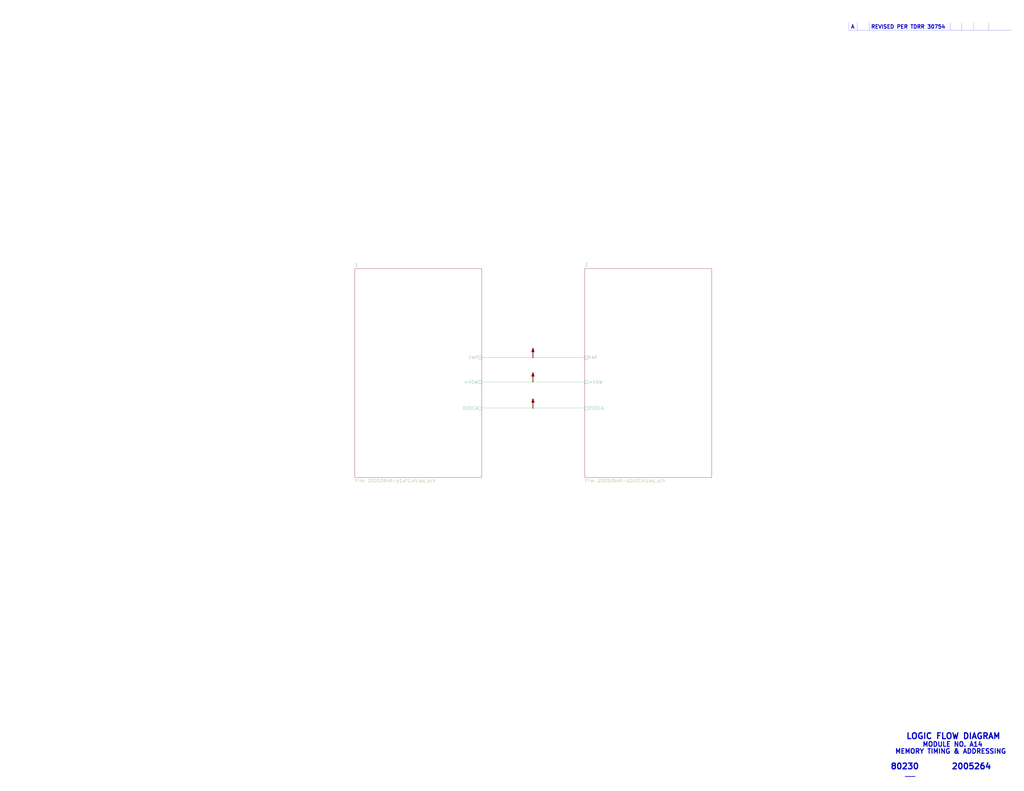
<source format=kicad_sch>
(kicad_sch (version 20211123) (generator eeschema)
  (paper "E")
  (lib_symbols
    (symbol "AGC_DSKY:PWR_FLAG" (power) (pin_numbers hide) (pin_names (offset 0) hide)
      (symbol "PWR_FLAG_0_0"
        (pin power_out line (at 0 0 90) (length 0) (name "pwr") (number "1"))
      )
      (symbol "PWR_FLAG_0_1"
        (polyline (pts (xy 0 0) (xy 0 10.16)) (stroke (width 0.762)))
        (polyline (pts (xy 0 10.16) (xy -1.27 6.35) (xy 1.27 6.35) (xy 0 10.16)) (stroke (width 0.762)) (fill (type outline)))
      )
    )
  )
  (junction (at 581.66 390.525))
  (junction (at 581.66 445.77))
  (junction (at 581.66 417.195))
  (wire (pts (xy 525.78 417.195) (xy 581.66 417.195)))
  (polyline (pts (xy 926.1094 24.765) (xy 926.1094 33.02)) (stroke (width 0.1524) (type solid)))
  (polyline (pts (xy 935.7106 24.765) (xy 935.7106 33.02)) (stroke (width 0.1524) (type solid)))
  (polyline (pts (xy 1062.5074 24.765) (xy 1062.5074 33.02)) (stroke (width 0.1524) (type solid)))
  (wire (pts (xy 581.66 417.195) (xy 638.175 417.195)))
  (polyline (pts (xy 1049.8074 24.765) (xy 1049.8074 33.02)) (stroke (width 0.1524) (type solid)))
  (polyline (pts (xy 1104.9 33.02) (xy 926.1094 33.02)) (stroke (width 0.1524) (type solid)))
  (polyline (pts (xy 1078.992 24.765) (xy 1078.992 33.02)) (stroke (width 0.1524) (type solid)))
  (wire (pts (xy 581.66 390.525) (xy 638.175 390.525)))
  (wire (pts (xy 525.78 445.77) (xy 581.66 445.77)))
  (wire (pts (xy 581.66 445.77) (xy 638.175 445.77)))
  (polyline (pts (xy 1037.1074 24.765) (xy 1037.1074 33.02)) (stroke (width 0.1524) (type solid)))
  (wire (pts (xy 525.78 390.525) (xy 581.66 390.525)))
  (polyline (pts (xy 948.69 24.765) (xy 948.69 33.02)) (stroke (width 0.1524) (type solid)))
  (text "MODULE NO. A14" (at 1006.475 815.975 0) (effects (font (size 5.08 5.08) (thickness 1.016) bold) (justify left bottom)))
  (text "LOGIC FLOW DIAGRAM" (at 988.695 807.72 0) (effects (font (size 6.35 6.35) (thickness 1.27) bold) (justify left bottom)))
  (text "MEMORY TIMING & ADDRESSING" (at 976.63 823.595 0) (effects (font (size 5.08 5.08) (thickness 1.016) bold) (justify left bottom)))
  (text "____" (at 987.425 848.36 0) (effects (font (size 3.556 3.556) (thickness 0.7112) bold) (justify left bottom)))
  (text "A      REVISED PER TDRR 30754" (at 928.37 31.75 0) (effects (font (size 4.064 4.064) (thickness 0.8128) bold) (justify left bottom)))
  (text "80230" (at 971.55 840.74 0) (effects (font (size 6.35 6.35) (thickness 1.27) bold) (justify left bottom)))
  (text "2005264" (at 1038.225 840.74 0) (effects (font (size 6.35 6.35) (thickness 1.27) bold) (justify left bottom)))
  (symbol (lib_id "AGC_DSKY:PWR_FLAG") (at 581.66 445.77 0) (unit 1)
    (property "Reference" "#FLG0103" (effects hide))
    (property "Value" "PWR_FLAG" (effects hide))
  )
  (symbol (lib_id "AGC_DSKY:PWR_FLAG") (at 581.66 417.195 0) (unit 1)
    (property "Reference" "#FLG0102" (effects hide))
    (property "Value" "PWR_FLAG" (effects hide))
  )
  (symbol (lib_id "AGC_DSKY:PWR_FLAG") (at 581.66 390.525 0) (unit 1)
    (property "Reference" "#FLG0101" (effects hide))
    (property "Value" "PWR_FLAG" (effects hide))
  )
  (sheet (at 387.35 293.37) (size 138.43 227.965)
    (property "Sheet name" "1" (at 387.35 291.5154 0) (effects (font (size 3.556 3.556)) (justify left bottom)))
    (property "Sheet file" "2005264A-p1of2.kicad_sch" (at 387.35 522.834 0) (effects (font (size 3.556 3.556)) (justify left top)))
    (pin "0VDCA" passive (at 525.78 445.77 0) (effects (font (size 3.556 3.556))))
    (pin "+4SW" passive (at 525.78 417.195 0) (effects (font (size 3.556 3.556))))
    (pin "FAP" passive (at 525.78 390.525 0) (effects (font (size 3.556 3.556))))
  )
  (sheet (at 638.175 293.37) (size 138.43 227.965)
    (property "Sheet name" "2" (at 638.175 291.5154 0) (effects (font (size 3.556 3.556)) (justify left bottom)))
    (property "Sheet file" "2005264A-p2of2.kicad_sch" (at 638.175 522.834 0) (effects (font (size 3.556 3.556)) (justify left top)))
    (pin "0VDCA" passive (at 638.175 445.77 180) (effects (font (size 3.556 3.556))))
    (pin "+4SW" passive (at 638.175 417.195 180) (effects (font (size 3.556 3.556))))
    (pin "FAP" passive (at 638.175 390.525 180) (effects (font (size 3.556 3.556))))
  )
)
</source>
